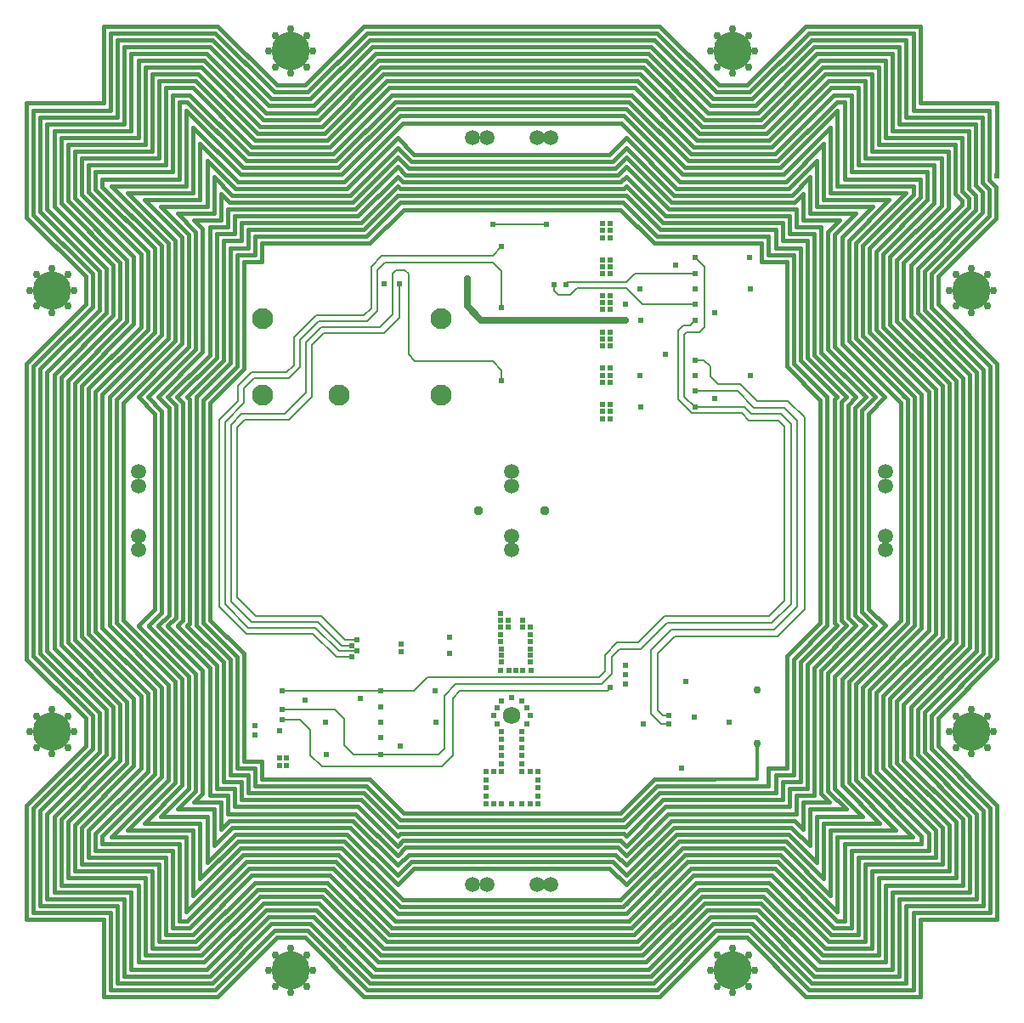
<source format=gbr>
%TF.GenerationSoftware,KiCad,Pcbnew,9.0.1*%
%TF.CreationDate,2025-06-24T16:04:44-04:00*%
%TF.ProjectId,-Z,2d5a2e6b-6963-4616-945f-706362585858,rev?*%
%TF.SameCoordinates,Original*%
%TF.FileFunction,Copper,L4,Inr*%
%TF.FilePolarity,Positive*%
%FSLAX46Y46*%
G04 Gerber Fmt 4.6, Leading zero omitted, Abs format (unit mm)*
G04 Created by KiCad (PCBNEW 9.0.1) date 2025-06-24 16:04:44*
%MOMM*%
%LPD*%
G01*
G04 APERTURE LIST*
%TA.AperFunction,ComponentPad*%
%ADD10C,0.762000*%
%TD*%
%TA.AperFunction,ComponentPad*%
%ADD11C,3.800000*%
%TD*%
%TA.AperFunction,ComponentPad*%
%ADD12C,1.500000*%
%TD*%
%TA.AperFunction,ComponentPad*%
%ADD13C,1.727200*%
%TD*%
%TA.AperFunction,ComponentPad*%
%ADD14C,2.100000*%
%TD*%
%TA.AperFunction,ViaPad*%
%ADD15C,0.609600*%
%TD*%
%TA.AperFunction,ViaPad*%
%ADD16C,0.939800*%
%TD*%
%TA.AperFunction,ViaPad*%
%ADD17C,0.762000*%
%TD*%
%TA.AperFunction,Conductor*%
%ADD18C,0.203200*%
%TD*%
%TA.AperFunction,Conductor*%
%ADD19C,0.635000*%
%TD*%
%TA.AperFunction,Conductor*%
%ADD20C,0.411480*%
%TD*%
%TA.AperFunction,Conductor*%
%ADD21C,0.368300*%
%TD*%
G04 APERTURE END LIST*
D10*
%TO.N,GND*%
%TO.C,H2*%
X144200001Y-145800000D03*
X143555751Y-147355750D03*
X143555751Y-144244250D03*
X142000001Y-148000000D03*
D11*
X142000001Y-145800000D03*
D10*
X142000001Y-143600000D03*
X140444251Y-147355750D03*
X140444251Y-144244250D03*
X139800001Y-145800000D03*
%TD*%
D12*
%TO.N,/Burn Wires/VBURN3*%
%TO.C,JP5*%
X164000001Y-96100000D03*
X164000001Y-97499999D03*
%TO.N,Net-(JP5-B)*%
X164000001Y-102499999D03*
X164000001Y-103899998D03*
%TD*%
D10*
%TO.N,GND*%
%TO.C,H8*%
X212000000Y-121999999D03*
X211355750Y-123555749D03*
X211355750Y-120444249D03*
X209800000Y-124199999D03*
D11*
X209800000Y-121999999D03*
D10*
X209800000Y-119799999D03*
X208244250Y-123555749D03*
X208244250Y-120444249D03*
X207600000Y-121999999D03*
%TD*%
%TO.N,GND*%
%TO.C,H5*%
X144200001Y-54200000D03*
X143555751Y-55755750D03*
X143555751Y-52644250D03*
X142000001Y-56400000D03*
D11*
X142000001Y-54200000D03*
D10*
X142000001Y-52000000D03*
X140444251Y-55755750D03*
X140444251Y-52644250D03*
X139800001Y-54200000D03*
%TD*%
%TO.N,GND*%
%TO.C,H7*%
X212000000Y-78000000D03*
X211355750Y-79555750D03*
X211355750Y-76444250D03*
X209800000Y-80200000D03*
D11*
X209800000Y-78000000D03*
D10*
X209800000Y-75800000D03*
X208244250Y-79555750D03*
X208244250Y-76444250D03*
X207600000Y-78000000D03*
%TD*%
D13*
%TO.N,/Interfaces/GPS*%
%TO.C,AE3*%
X164000000Y-120400000D03*
%TD*%
D12*
%TO.N,/Burn Wires/VBURN1*%
%TO.C,JP1*%
X167900000Y-62789000D03*
X166500001Y-62789000D03*
%TO.N,Net-(JP1-B)*%
X161500001Y-62789000D03*
X160100002Y-62789000D03*
%TD*%
D10*
%TO.N,GND*%
%TO.C,H4*%
X120400001Y-78000000D03*
X119755751Y-79555750D03*
X119755751Y-76444250D03*
X118200001Y-80200000D03*
D11*
X118200001Y-78000000D03*
D10*
X118200001Y-75800000D03*
X116644251Y-79555750D03*
X116644251Y-76444250D03*
X116000001Y-78000000D03*
%TD*%
%TO.N,GND*%
%TO.C,H3*%
X120400001Y-121999999D03*
X119755751Y-123555749D03*
X119755751Y-120444249D03*
X118200001Y-124199999D03*
D11*
X118200001Y-121999999D03*
D10*
X118200001Y-119799999D03*
X116644251Y-123555749D03*
X116644251Y-120444249D03*
X116000001Y-121999999D03*
%TD*%
D12*
%TO.N,Net-(JP3-B)*%
%TO.C,JP4*%
X126789000Y-103899999D03*
X126789000Y-102500000D03*
%TO.N,Net-(JP4-B)*%
X126789000Y-97500000D03*
X126789000Y-96100001D03*
%TD*%
D10*
%TO.N,GND*%
%TO.C,H1*%
X188200000Y-145800000D03*
X187555750Y-147355750D03*
X187555750Y-144244250D03*
X186000000Y-148000000D03*
D11*
X186000000Y-145800000D03*
D10*
X186000000Y-143600000D03*
X184444250Y-147355750D03*
X184444250Y-144244250D03*
X183800000Y-145800000D03*
%TD*%
%TO.N,GND*%
%TO.C,H6*%
X188200000Y-54200000D03*
X187555750Y-55755750D03*
X187555750Y-52644250D03*
X186000000Y-56400000D03*
D11*
X186000000Y-54200000D03*
D10*
X186000000Y-52000000D03*
X184444250Y-55755750D03*
X184444250Y-52644250D03*
X183800000Y-54200000D03*
%TD*%
D14*
%TO.N,/Burn Wires/VBURN_A_IN*%
%TO.C,U2*%
X146793600Y-88417600D03*
%TO.N,GND*%
X139173600Y-80797600D03*
%TO.N,VBATT*%
X139173600Y-88417600D03*
X156953600Y-88417600D03*
%TO.N,Net-(D1-A)*%
X156953600Y-80797600D03*
%TD*%
D12*
%TO.N,/Burn Wires/VBURN2*%
%TO.C,JP3*%
X201211001Y-97500000D03*
X201211001Y-96100001D03*
%TO.N,Net-(JP3-B)*%
X201211001Y-103899999D03*
X201211001Y-102500000D03*
%TD*%
%TO.N,Net-(JP1-B)*%
%TO.C,JP2*%
X161500001Y-137211000D03*
X160100002Y-137211000D03*
%TO.N,Net-(JP2-B)*%
X167900000Y-137211000D03*
X166500001Y-137211000D03*
%TD*%
D15*
%TO.N,GND*%
X161400000Y-128372600D03*
X165100000Y-110900000D03*
X162900000Y-113000000D03*
X163600000Y-111600000D03*
X162200000Y-125972600D03*
X162200000Y-129172600D03*
X165100000Y-115900000D03*
X165000001Y-125972600D03*
X185670201Y-121018798D03*
X165800000Y-125972600D03*
X165500000Y-121200000D03*
X162500000Y-119600000D03*
X163000001Y-121968599D03*
X166600000Y-126772600D03*
X166600000Y-128372600D03*
X164400000Y-115900000D03*
X163000001Y-125171799D03*
X152888399Y-123395400D03*
X163000001Y-125972600D03*
X165000001Y-122769399D03*
X162900000Y-110900000D03*
X164000000Y-118600000D03*
X162925001Y-113756200D03*
X184243801Y-80213400D03*
X165100000Y-111600000D03*
X163000000Y-118900000D03*
X165000001Y-124370999D03*
X165000000Y-118900000D03*
X162900000Y-111600000D03*
X164000000Y-129172600D03*
X161400000Y-125972600D03*
X163600000Y-110900000D03*
X165875001Y-114391200D03*
X165875001Y-115026200D03*
X163000001Y-122769399D03*
X148920200Y-118719600D03*
X165800000Y-112300000D03*
X165800000Y-111600000D03*
X162925001Y-114391200D03*
X165000001Y-121968599D03*
X162200000Y-120400000D03*
X163000001Y-123570199D03*
X166600000Y-127572600D03*
X162925001Y-115026200D03*
X165000001Y-125171799D03*
X161400000Y-127572600D03*
X162900000Y-115900000D03*
X163000000Y-129172600D03*
X162500000Y-121200000D03*
X162900000Y-110200000D03*
X166600000Y-125972600D03*
X165500000Y-119600000D03*
X165000000Y-129172600D03*
X179265400Y-84379000D03*
X165800000Y-120400000D03*
X165000001Y-123570199D03*
X182165000Y-120497799D03*
X163000001Y-124370999D03*
X161400000Y-129172600D03*
X161400000Y-126772600D03*
X165875001Y-113756200D03*
X165900000Y-115900000D03*
X162900000Y-112300000D03*
X163703000Y-115900000D03*
X165800000Y-113000000D03*
X184228800Y-88820999D03*
X165800000Y-129172600D03*
X180281401Y-75514399D03*
X166600000Y-129172600D03*
D16*
%TO.N,Net-(AE1-Pad1)*%
X167300000Y-99999800D03*
%TO.N,Net-(AE2-Pad1)*%
X160700000Y-99999800D03*
D15*
%TO.N,BURN_RELAY_A*%
X148556800Y-112852399D03*
X152798600Y-77380800D03*
%TO.N,SDA*%
X182237201Y-89661200D03*
X182252200Y-74699600D03*
X141114601Y-119796799D03*
X150917600Y-124230600D03*
%TO.N,SCL*%
X150917599Y-117907000D03*
X182252201Y-81023200D03*
X141114601Y-117896800D03*
%TO.N,/Burn Wires/VBURN1*%
X173042401Y-74955600D03*
X173779001Y-74955600D03*
X173779000Y-76378000D03*
X173779001Y-75666799D03*
X173042400Y-76378000D03*
X173042401Y-75666799D03*
%TO.N,/Burn Wires/VBURN2*%
X173042400Y-83566200D03*
X173779001Y-82143800D03*
X173779000Y-83566200D03*
X173042401Y-82143800D03*
X173779001Y-82854999D03*
X173042401Y-82854999D03*
%TO.N,/Burn Wires/VBURN3*%
X173042400Y-90805200D03*
X173042401Y-89382800D03*
X173779000Y-89382799D03*
X173779001Y-90093999D03*
X173779000Y-90805200D03*
X173042401Y-90093999D03*
%TO.N,SCL_M*%
X182237200Y-84987599D03*
X179625001Y-120370803D03*
%TO.N,SDA_M*%
X182237200Y-88011199D03*
X179625001Y-121209000D03*
%TO.N,SCL_IO*%
X150926600Y-119565999D03*
X152925600Y-113258796D03*
%TO.N,BURN_EN1*%
X162984001Y-73660200D03*
X148048800Y-114554200D03*
%TO.N,BURN_EN2*%
X162984001Y-79743000D03*
X148559567Y-113977544D03*
%TO.N,SDA_IO*%
X152925600Y-114020800D03*
X150917599Y-122580599D03*
%TO.N,BURN_EN3*%
X148044222Y-113416236D03*
X162984001Y-86982000D03*
%TO.N,/Light Sensor/LS_3V3*%
X182262601Y-77861400D03*
X187687802Y-74699600D03*
X187750800Y-77861400D03*
X176753600Y-77861399D03*
X159529601Y-76885999D03*
X176816600Y-81023200D03*
X175353801Y-80985701D03*
%TO.N,COIL_DRIVER_EN*%
X141114601Y-120751799D03*
X173812200Y-117589800D03*
%TO.N,/GPIO Expander/GE_3V3*%
X145418999Y-121068800D03*
X157802401Y-114173301D03*
X156416200Y-121068800D03*
X156353200Y-117907000D03*
X150907199Y-121068799D03*
X145482000Y-124230600D03*
%TO.N,/Burn Wires/VBURN_A_IN*%
X151300001Y-77355399D03*
X173779001Y-71348799D03*
X173779000Y-78511599D03*
X173779000Y-87173000D03*
X173779000Y-72771199D03*
X173779001Y-79222800D03*
X173779000Y-79934000D03*
X173042401Y-71348799D03*
X173779001Y-86461800D03*
X173042401Y-86461800D03*
X173042400Y-72060000D03*
X173042401Y-87172999D03*
X173042401Y-79933999D03*
X173779000Y-72060000D03*
X173042400Y-78511599D03*
X173042401Y-72771200D03*
X173779000Y-85750600D03*
X173042400Y-85750600D03*
X173042401Y-79222800D03*
%TO.N,3V3_P*%
X175353801Y-79410698D03*
X138398801Y-122359991D03*
X180945800Y-125590000D03*
X138398801Y-121359989D03*
X177085200Y-121234401D03*
X181340000Y-116992600D03*
X176738601Y-86499399D03*
X140873001Y-121869400D03*
X157802401Y-112598298D03*
X187735801Y-86499399D03*
X143389601Y-118846800D03*
X176801600Y-89661200D03*
X182247600Y-86499399D03*
%TO.N,VBATT_M*%
X175308401Y-116306800D03*
X175308400Y-115375902D03*
X140835201Y-124612600D03*
X175308401Y-117246600D03*
X141546400Y-125323799D03*
X141546400Y-124612600D03*
X140835201Y-125323799D03*
%TO.N,/Light Sensor/I2C Protection/DEVICE*%
X182252201Y-76349600D03*
X169384801Y-77419400D03*
%TO.N,/Light Sensor/I2C Protection1/DEVICE*%
X182252201Y-79373200D03*
X168191001Y-77419400D03*
%TO.N,/Light Sensor/ADDR*%
X162118879Y-71401124D03*
X167454400Y-71399599D03*
D17*
%TO.N,/Coil Driver/coil*%
X188438800Y-123164801D03*
X188438801Y-117830802D03*
D15*
X212285401Y-66599000D03*
%TD*%
D18*
%TO.N,BURN_RELAY_A*%
X145280201Y-82270799D02*
X144061000Y-83490000D01*
X144061000Y-83490000D02*
X144061000Y-88595400D01*
X136593401Y-108585199D02*
X138473001Y-110464800D01*
X137363872Y-90906800D02*
X136593401Y-91677271D01*
X144975401Y-110464800D02*
X147363001Y-112852399D01*
X147363001Y-112852399D02*
X148556800Y-112852399D01*
X144061000Y-88595400D02*
X141749600Y-90906800D01*
X136593401Y-91677271D02*
X136593401Y-108585199D01*
X141749600Y-90906800D02*
X137363872Y-90906800D01*
X152798600Y-80746799D02*
X151274600Y-82270800D01*
X151274600Y-82270800D02*
X145280201Y-82270799D01*
X138473001Y-110464800D02*
X144975401Y-110464800D01*
X152798600Y-77380800D02*
X152798600Y-80746799D01*
%TO.N,SDA*%
X150881200Y-124231600D02*
X150908600Y-124259000D01*
X176852401Y-113792199D02*
X179494001Y-111150600D01*
X189908001Y-111150600D02*
X191787601Y-109271000D01*
X158412200Y-117221000D02*
X172923200Y-117221000D01*
X187850601Y-90348000D02*
X187163800Y-89661200D01*
X150917600Y-124230600D02*
X156711200Y-124230600D01*
X147261401Y-123291800D02*
X148201200Y-124231599D01*
X190822401Y-90348000D02*
X187850601Y-90348000D01*
X147261401Y-120700999D02*
X147261401Y-123291800D01*
X146357200Y-119796798D02*
X147261401Y-120700999D01*
X181195801Y-88619800D02*
X182237201Y-89661200D01*
X172923200Y-117221000D02*
X173939200Y-116205000D01*
X183202400Y-75649800D02*
X183202401Y-81661199D01*
X191787601Y-109271000D02*
X191787601Y-91313200D01*
X181399001Y-82194599D02*
X181195800Y-82397800D01*
X179494001Y-111150600D02*
X189908001Y-111150600D01*
X141114601Y-119796799D02*
X146357200Y-119796798D01*
X181195800Y-82397800D02*
X181195801Y-88619800D01*
X148201200Y-124231599D02*
X150881200Y-124231600D01*
X191787601Y-91313200D02*
X190822401Y-90348000D01*
X187163800Y-89661200D02*
X182237201Y-89661200D01*
X182669001Y-82194600D02*
X181399001Y-82194599D01*
X183202401Y-81661199D02*
X182669001Y-82194600D01*
X182252200Y-74699600D02*
X183202400Y-75649800D01*
X156711200Y-124230600D02*
X157243600Y-123698200D01*
X157243600Y-123698200D02*
X157243600Y-118389600D01*
X157243600Y-118389600D02*
X158412200Y-117221000D01*
X173939200Y-114562899D02*
X174709900Y-113792199D01*
X173939200Y-116205000D02*
X173939200Y-114562899D01*
X174709900Y-113792199D02*
X176852401Y-113792199D01*
%TO.N,SCL*%
X173253400Y-114317800D02*
X174464800Y-113106400D01*
X150917599Y-117907000D02*
X154246401Y-117907000D01*
X181094201Y-81534200D02*
X181741201Y-81534200D01*
X191152600Y-108966200D02*
X191152600Y-91592599D01*
X182252201Y-81023200D02*
X182273000Y-81043999D01*
X181932400Y-90246399D02*
X180586201Y-88900199D01*
X154246401Y-117907000D02*
X155618201Y-116535200D01*
X179189201Y-110464800D02*
X189654001Y-110464800D01*
X187596601Y-90957599D02*
X186885400Y-90246399D01*
X181741201Y-81534200D02*
X182252201Y-81023200D01*
X180586201Y-88900199D02*
X180586201Y-82042200D01*
X172669200Y-116535200D02*
X173253400Y-115951000D01*
X173253400Y-115951000D02*
X173253400Y-114317800D01*
X174464800Y-113106400D02*
X176547600Y-113106400D01*
X155618201Y-116535200D02*
X172669200Y-116535200D01*
X176547600Y-113106400D02*
X179189201Y-110464800D01*
X191152600Y-91592599D02*
X190517601Y-90957599D01*
X180586201Y-82042200D02*
X181094201Y-81534200D01*
X190517601Y-90957599D02*
X187596601Y-90957599D01*
X189654001Y-110464800D02*
X191152600Y-108966200D01*
X141114601Y-117896800D02*
X150870001Y-117896800D01*
X186885400Y-90246399D02*
X181932400Y-90246399D01*
%TO.N,SCL_M*%
X193159200Y-90678199D02*
X193159200Y-109779000D01*
X178554201Y-119900899D02*
X179024103Y-120370802D01*
X183761201Y-86563400D02*
X184548601Y-87350800D01*
X190466801Y-112471400D02*
X180256001Y-112471400D01*
X193159200Y-109779000D02*
X190466801Y-112471400D01*
X179024103Y-120370802D02*
X179625001Y-120370803D01*
X184548601Y-87350800D02*
X186758401Y-87350799D01*
X182237200Y-84987599D02*
X183150601Y-84987599D01*
X180256001Y-112471400D02*
X178554201Y-114173200D01*
X183761201Y-85598199D02*
X183761201Y-86563400D01*
X186758401Y-87350799D02*
X188434801Y-89027199D01*
X178554201Y-114173200D02*
X178554201Y-119900899D01*
X191508201Y-89027199D02*
X193159200Y-90678199D01*
X188434801Y-89027199D02*
X191508201Y-89027199D01*
X183150601Y-84987599D02*
X183761201Y-85598199D01*
%TO.N,SDA_M*%
X192448000Y-109525000D02*
X190162000Y-111810999D01*
X190162000Y-111810999D02*
X179875001Y-111810999D01*
X188130000Y-89687600D02*
X191152600Y-89687600D01*
X186453600Y-88011199D02*
X188130000Y-89687600D01*
X177843001Y-113842999D02*
X177843001Y-120192999D01*
X179875001Y-111810999D02*
X177843001Y-113842999D01*
X182237200Y-88011199D02*
X186453600Y-88011199D01*
X192448000Y-90982999D02*
X192448000Y-109525000D01*
X177843001Y-120192999D02*
X178859002Y-121209000D01*
X191152600Y-89687600D02*
X192448000Y-90982999D01*
X178859002Y-121209000D02*
X179625001Y-121209000D01*
%TO.N,BURN_EN1*%
X149268000Y-80518200D02*
X144467401Y-80518200D01*
X144467401Y-80518200D02*
X142308400Y-82677200D01*
X141571800Y-86182399D02*
X138092001Y-86182399D01*
X136745801Y-89001799D02*
X134840801Y-90906800D01*
X162069600Y-74574600D02*
X151046000Y-74574599D01*
X151046000Y-74574599D02*
X149979200Y-75641399D01*
X134840801Y-90906800D02*
X134840800Y-109525000D01*
X134840800Y-109525000D02*
X137533200Y-112217400D01*
X144162601Y-112217400D02*
X146499400Y-114554200D01*
X146499400Y-114554200D02*
X148048800Y-114554200D01*
X149979200Y-75641399D02*
X149979200Y-79806999D01*
X136745800Y-87528600D02*
X136745801Y-89001799D01*
X142308400Y-82677200D02*
X142308400Y-85445799D01*
X142308400Y-85445799D02*
X141571800Y-86182399D01*
X149979200Y-79806999D02*
X149268000Y-80518200D01*
X137533200Y-112217400D02*
X144162601Y-112217400D01*
X138092001Y-86182399D02*
X136745800Y-87528600D01*
X162984001Y-73660200D02*
X162069600Y-74574600D01*
%TO.N,BURN_EN2*%
X142892601Y-82956599D02*
X144746800Y-81102400D01*
X151350801Y-75235000D02*
X162095001Y-75235000D01*
X141800401Y-86766600D02*
X142892601Y-85674400D01*
X138307900Y-86766600D02*
X141800401Y-86766600D01*
X144416600Y-111633200D02*
X137761801Y-111633200D01*
X149547400Y-81102400D02*
X150563401Y-80086400D01*
X150563401Y-76022400D02*
X151350801Y-75235000D01*
X135425001Y-109296400D02*
X135425000Y-91135399D01*
X137330000Y-87744499D02*
X138307900Y-86766600D01*
X142892601Y-85674400D02*
X142892601Y-82956599D01*
X148559567Y-113977544D02*
X146760946Y-113977545D01*
X162095001Y-75235000D02*
X162984001Y-76123999D01*
X144746800Y-81102400D02*
X149547400Y-81102400D01*
X135425000Y-91135399D02*
X137330000Y-89230399D01*
X162984001Y-76123999D02*
X162984001Y-79743000D01*
X137761801Y-111633200D02*
X135425001Y-109296400D01*
X146760946Y-113977545D02*
X144416600Y-111633200D01*
X150563401Y-80086400D02*
X150563401Y-76022400D01*
X137330000Y-89230399D02*
X137330000Y-87744499D01*
%TO.N,BURN_EN3*%
X136009201Y-108991599D02*
X136009201Y-91389399D01*
X144696000Y-111049000D02*
X138066601Y-111048999D01*
X138066601Y-111048999D02*
X136009201Y-108991599D01*
X153687600Y-84404400D02*
X154348001Y-85064800D01*
X152087400Y-76352600D02*
X152468401Y-75971599D01*
X143476800Y-88214400D02*
X143476800Y-83210600D01*
X152087400Y-80416600D02*
X152087400Y-76352600D01*
X143476800Y-83210600D02*
X145000801Y-81686599D01*
X150817400Y-81686599D02*
X152087400Y-80416600D01*
X148044222Y-113416236D02*
X147063236Y-113416236D01*
X162095000Y-85064800D02*
X162984001Y-85953800D01*
X153332001Y-75971600D02*
X153687600Y-76327200D01*
X152468401Y-75971599D02*
X153332001Y-75971600D01*
X162984001Y-85953800D02*
X162984001Y-86982000D01*
X145000801Y-81686599D02*
X150817400Y-81686599D01*
X154348001Y-85064800D02*
X162095000Y-85064800D01*
X141368600Y-90322600D02*
X143476800Y-88214400D01*
X147063236Y-113416236D02*
X144696000Y-111049000D01*
X136009201Y-91389399D02*
X137076001Y-90322599D01*
X153687600Y-76327200D02*
X153687600Y-84404400D01*
X137076001Y-90322599D02*
X141368600Y-90322600D01*
D19*
%TO.N,/Light Sensor/LS_3V3*%
X159529601Y-79552999D02*
X160962302Y-80985700D01*
X159529601Y-76885999D02*
X159529601Y-79552999D01*
X160962302Y-80985700D02*
X175353801Y-80985701D01*
D18*
%TO.N,COIL_DRIVER_EN*%
X173812200Y-117589800D02*
X173812200Y-117615200D01*
X145051601Y-125425399D02*
X143934001Y-124307799D01*
X173807998Y-117619402D02*
X173800000Y-117619402D01*
X158107201Y-118643600D02*
X158107201Y-124307799D01*
X142918001Y-120751800D02*
X141114601Y-120751799D01*
X158844001Y-117906800D02*
X158107201Y-118643600D01*
X173800000Y-117619402D02*
X173512602Y-117906800D01*
X143934001Y-121767800D02*
X142918001Y-120751800D01*
X143934001Y-124307799D02*
X143934001Y-121767800D01*
X156989600Y-125425400D02*
X145051601Y-125425399D01*
X173812200Y-117615200D02*
X173807998Y-117619402D01*
X173512602Y-117906800D02*
X158844001Y-117906800D01*
X158107201Y-124307799D02*
X156989600Y-125425400D01*
%TO.N,/Light Sensor/I2C Protection/DEVICE*%
X176271201Y-76349599D02*
X182252201Y-76349600D01*
X175404601Y-77216200D02*
X176271201Y-76349599D01*
X169588001Y-77216200D02*
X175404601Y-77216200D01*
X169384801Y-77419400D02*
X169588001Y-77216200D01*
%TO.N,/Light Sensor/I2C Protection1/DEVICE*%
X175404601Y-77800400D02*
X176977400Y-79373200D01*
X176977400Y-79373200D02*
X182252201Y-79373200D01*
X169805487Y-78460800D02*
X170465887Y-77800399D01*
X168191001Y-78029000D02*
X168622800Y-78460800D01*
X170465887Y-77800399D02*
X175404601Y-77800400D01*
X168191001Y-77419400D02*
X168191001Y-78029000D01*
X168622800Y-78460800D02*
X169805487Y-78460800D01*
%TO.N,/Light Sensor/ADDR*%
X162121684Y-71399599D02*
X167454400Y-71399599D01*
X162120159Y-71401124D02*
X162121684Y-71399599D01*
X162118879Y-71401124D02*
X162120159Y-71401124D01*
D20*
%TO.N,/Coil Driver/coil*%
X199944462Y-69646998D02*
X196871062Y-72720398D01*
X201925661Y-137947600D02*
X209621861Y-137947599D01*
X152878260Y-60604600D02*
X147010861Y-66472000D01*
X174290461Y-65836998D02*
X175382661Y-64744800D01*
X179014861Y-128778200D02*
X175382661Y-132410399D01*
X131643861Y-111455400D02*
X131643862Y-111430000D01*
X130196062Y-58521800D02*
X130196062Y-66218000D01*
X134564861Y-127660600D02*
X134564862Y-115341600D01*
X210307662Y-86156999D02*
X204414862Y-80264200D01*
X201595461Y-68961198D02*
X197556862Y-72999800D01*
X176195461Y-142214800D02*
X182088262Y-136322000D01*
X136139661Y-68529399D02*
X147849062Y-68529399D01*
X134564862Y-72390199D02*
X136368262Y-72390200D01*
X175408061Y-67640400D02*
X179040261Y-71272600D01*
X153970461Y-134899599D02*
X152598861Y-136271200D01*
X132329664Y-71018598D02*
X134996662Y-71018599D01*
X194813663Y-71704399D02*
X194813661Y-84175800D01*
X194381862Y-69646999D02*
X199944462Y-69646998D01*
X135682462Y-128346399D02*
X133879061Y-128346399D01*
X199868261Y-135890200D02*
X207564461Y-135890199D01*
X153157661Y-138760400D02*
X147290261Y-132893000D01*
X117013461Y-139319200D02*
X124709662Y-139319199D01*
X203729062Y-75514398D02*
X209520261Y-69723200D01*
X200985863Y-81661199D02*
X200985862Y-74396799D01*
X192324461Y-130149798D02*
X179573662Y-130149798D01*
X208250261Y-130988000D02*
X202357462Y-125095199D01*
X128722861Y-88646200D02*
X128722862Y-88620800D01*
X210993461Y-114173199D02*
X210993462Y-85877600D01*
X135682462Y-69901000D02*
X148407861Y-69901000D01*
X194813662Y-115874999D02*
X194813663Y-128168598D01*
X196185262Y-83616999D02*
X201163661Y-88595400D01*
X145893261Y-63728800D02*
X138095462Y-63728800D01*
X150668461Y-144957999D02*
X154195601Y-144957999D01*
X116327661Y-60045799D02*
X116327661Y-70459799D01*
X153411661Y-66522800D02*
X174569862Y-66522800D01*
X137054061Y-126974800D02*
X135250662Y-126974800D01*
X203932261Y-132461200D02*
X198242661Y-126771600D01*
X183764662Y-140436800D02*
X188235062Y-140436800D01*
X152624262Y-68580200D02*
X175382662Y-68580200D01*
X175941461Y-58521800D02*
X152065462Y-58521800D01*
X134996661Y-129032200D02*
X132329662Y-129032200D01*
X145055062Y-61671400D02*
X138933661Y-61671400D01*
X129764261Y-126771600D02*
X124074662Y-132461199D01*
X205786461Y-76352600D02*
X211577662Y-70561399D01*
X194127862Y-84455200D02*
X198293462Y-88620800D01*
X182393062Y-63042999D02*
X176500262Y-57150200D01*
X174823861Y-138760399D02*
X153157661Y-138760400D01*
X137739863Y-128092399D02*
X137739862Y-126288999D01*
X137536662Y-65100399D02*
X131643862Y-59207599D01*
X132482062Y-142900599D02*
X138374861Y-137007799D01*
X130678661Y-111430000D02*
X131186661Y-110921999D01*
X120442462Y-68783400D02*
X126335263Y-74676198D01*
X119756662Y-130987999D02*
X119756662Y-136575999D01*
X175382662Y-133375599D02*
X174849262Y-132842200D01*
X205100662Y-120065999D02*
X210993461Y-114173199D01*
X195753462Y-68275399D02*
X195753463Y-61747599D01*
X136622262Y-74447599D02*
X138425662Y-74447600D01*
X189581262Y-74447599D02*
X192070461Y-74447599D01*
X149804862Y-73330000D02*
X153183062Y-69951800D01*
X148128463Y-130835599D02*
X135860261Y-130835600D01*
X134996661Y-131699199D02*
X134996661Y-129032200D01*
X175382661Y-64744800D02*
X175408062Y-64744800D01*
X201239861Y-137261800D02*
X208936062Y-137261799D01*
X135936462Y-73761800D02*
X137739861Y-73761800D01*
X119070863Y-62788998D02*
X119070862Y-69342199D01*
X116327661Y-140004999D02*
X124023862Y-140004999D01*
X184602861Y-142494200D02*
X187396862Y-142494200D01*
X198242661Y-126771600D02*
X198242662Y-117272000D01*
X133879061Y-53721199D02*
X125395463Y-53721199D01*
X204821262Y-111430000D02*
X204821262Y-111429999D01*
X133879061Y-84429800D02*
X133879062Y-71704400D01*
X134718926Y-51665464D02*
X123340064Y-51665464D01*
X123185662Y-111683999D02*
X129078462Y-117576800D01*
X197556862Y-83058200D02*
X202901832Y-88403168D01*
X198928463Y-82499398D02*
X198928461Y-73558600D01*
X202357461Y-74955600D02*
X207462861Y-69850200D01*
X124709661Y-147015399D02*
X134158462Y-147015398D01*
X206472261Y-120624800D02*
X212359997Y-114737062D01*
X123592061Y-124256999D02*
X117699261Y-130149798D01*
X198928461Y-117551400D02*
X204821262Y-111658599D01*
X122220462Y-79679999D02*
X116327662Y-85572799D01*
X126792461Y-88646200D02*
X126792462Y-88620800D01*
X147290261Y-132893000D02*
X136698462Y-132892998D01*
X195067662Y-68961199D02*
X201595461Y-68961198D01*
X122906262Y-76073199D02*
X122906262Y-79959400D01*
X197556861Y-127050998D02*
X202281261Y-131775399D01*
X131872462Y-111201400D02*
X131872462Y-88874799D01*
X138425662Y-127406600D02*
X138425662Y-125603199D01*
X182672461Y-62357198D02*
X176779662Y-56464399D01*
X126767061Y-137261800D02*
X126767061Y-144957999D01*
X138425662Y-74447600D02*
X138425661Y-72644199D01*
X140610062Y-57556598D02*
X134718926Y-51665464D01*
X132507461Y-116179800D02*
X127783061Y-111455400D01*
X206091262Y-69291399D02*
X206091261Y-65532199D01*
X202709600Y-110874661D02*
X196871063Y-116713199D01*
X145334461Y-62357198D02*
X138654262Y-62357198D01*
X179294262Y-129463999D02*
X175382662Y-133375599D01*
X206777062Y-69570800D02*
X206777062Y-64846399D01*
X150109661Y-146329600D02*
X177871862Y-146329600D01*
X197810861Y-141529000D02*
X197810861Y-133832800D01*
X180157861Y-68529400D02*
X191892662Y-68529399D01*
X173731662Y-64465399D02*
X175382662Y-62814399D01*
X199258661Y-88620800D02*
X198166462Y-89712999D01*
X132761463Y-56464399D02*
X128138662Y-56464400D01*
X208250261Y-86995200D02*
X202357461Y-81102400D01*
X196871063Y-127330399D02*
X200630262Y-131089599D01*
X126792462Y-88620800D02*
X131821661Y-83591599D01*
X178481461Y-72644199D02*
X189581261Y-72644200D01*
X205100661Y-79984800D02*
X205100661Y-76073200D01*
X131135862Y-83312199D02*
X131135862Y-72720400D01*
X208936061Y-130708599D02*
X203043262Y-124815800D01*
X175128662Y-67894400D02*
X175382662Y-67640400D01*
X153281201Y-55778599D02*
X150947862Y-55778600D01*
X129713461Y-111455400D02*
X129713462Y-111430000D01*
X126081262Y-145643800D02*
X133599661Y-145643800D01*
X174798462Y-130099000D02*
X153183062Y-130099000D01*
X129078462Y-117576800D02*
X129078462Y-126492200D01*
X196363061Y-140843199D02*
X197125062Y-140843199D01*
X126767062Y-62763598D02*
X126741662Y-62788998D01*
X152598861Y-133375599D02*
X148687261Y-129463999D01*
X139771863Y-59613999D02*
X133879061Y-53721199D01*
X153103401Y-56464398D02*
X151227261Y-56464400D01*
X200985862Y-74396799D02*
X206091262Y-69291399D01*
X210307663Y-138633399D02*
X210307663Y-130149799D01*
X205507061Y-132105600D02*
X199614261Y-126212799D01*
X117699262Y-113919200D02*
X123592062Y-119811999D01*
X195499462Y-116154400D02*
X195499462Y-127889199D01*
X128722862Y-88620800D02*
X133193262Y-84150400D01*
X130196062Y-66218000D02*
X122499861Y-66217999D01*
X133244062Y-88925598D02*
X136622263Y-85547398D01*
X175382662Y-140132000D02*
X181250062Y-134264600D01*
X135860263Y-69215198D02*
X148128463Y-69215199D01*
X125649461Y-118973799D02*
X125649462Y-125095199D01*
X124277863Y-119532599D02*
X124277862Y-124536399D01*
X197328261Y-129717999D02*
X193696061Y-129718000D01*
X140610062Y-142494200D02*
X143378662Y-142494200D01*
X137739862Y-71958400D02*
X149246062Y-71958400D01*
X196871062Y-83337600D02*
X202709600Y-89176138D01*
X152874800Y-57150200D02*
X151506662Y-57150200D01*
X131923261Y-141529000D02*
X137816062Y-135636199D01*
X120442461Y-64160599D02*
X120442462Y-68783400D01*
X199614261Y-126212799D02*
X199614261Y-117830800D01*
X193442062Y-84734600D02*
X197328261Y-88620800D01*
X132202662Y-57835998D02*
X129510263Y-57835999D01*
X178735462Y-128092399D02*
X175357262Y-131470599D01*
X206878662Y-110871200D02*
X206878663Y-110871199D01*
X195499462Y-127889199D02*
X197328261Y-129717999D01*
X151506661Y-142900599D02*
X176474862Y-142900599D01*
X203395401Y-88896737D02*
X203395401Y-111154060D01*
X193696062Y-70332799D02*
X198293461Y-70332799D01*
X194737462Y-88925599D02*
X194737461Y-111125200D01*
X122220463Y-76352598D02*
X122220462Y-79679999D01*
X177338461Y-55092800D02*
X153611401Y-55092799D01*
X131186662Y-89179600D02*
X130653261Y-88646200D01*
X179319662Y-70586799D02*
X191638661Y-70586800D01*
X131872462Y-88874799D02*
X131618461Y-88620800D01*
X178456061Y-52349598D02*
X149550862Y-52349599D01*
X128138662Y-143586400D02*
X132761463Y-143586399D01*
X133929861Y-110845799D02*
X133929862Y-89205000D01*
X125254032Y-88228831D02*
X124862062Y-88620800D01*
X152878263Y-139446200D02*
X152343132Y-138911068D01*
X179040261Y-71272600D02*
X190952861Y-71272599D01*
X144216861Y-140436800D02*
X150109661Y-146329600D01*
X194813663Y-128168598D02*
X195677261Y-129032200D01*
X195804262Y-142214798D02*
X198496662Y-142214800D01*
X154249863Y-135585399D02*
X152598862Y-137236400D01*
X129078462Y-82473998D02*
X123185661Y-88366800D01*
X202901832Y-88403168D02*
X203119461Y-88620800D01*
X204659937Y-148385334D02*
X204659937Y-140685336D01*
X150109662Y-53721199D02*
X144216861Y-59613998D01*
X198242662Y-73279199D02*
X203246462Y-68275399D01*
X189632062Y-63042999D02*
X182393062Y-63042999D01*
X204414861Y-124256999D02*
X204414862Y-119786598D01*
X200985862Y-118389598D02*
X206878662Y-112496799D01*
X116327661Y-114478000D02*
X122220461Y-120370800D01*
X152598862Y-62814398D02*
X154249862Y-64465398D01*
X139492462Y-139750998D02*
X144496262Y-139750998D01*
X128392662Y-82194600D02*
X122499861Y-88087399D01*
X190190861Y-64414598D02*
X181834262Y-64414600D01*
X128748261Y-111430000D02*
X129815061Y-110363200D01*
X120442461Y-135890199D02*
X128138662Y-135890199D01*
X174849262Y-132842200D02*
X153132261Y-132842200D01*
X175382662Y-65710000D02*
X175408061Y-65710000D01*
X126767061Y-144957999D02*
X133320262Y-144958000D01*
X193696063Y-133350198D02*
X191867263Y-131521398D01*
X175609530Y-138939930D02*
X175382661Y-139166800D01*
X145613861Y-137007799D02*
X151506661Y-142900599D01*
X117013463Y-114198599D02*
X122906262Y-120091398D01*
X194127861Y-128346399D02*
X192324462Y-128346400D01*
X189352662Y-137693599D02*
X195245462Y-143586400D01*
X211577663Y-67970598D02*
X210891862Y-67284800D01*
X135250662Y-73076000D02*
X137054061Y-73076000D01*
X138933661Y-61671400D02*
X133040861Y-55778599D01*
X191638661Y-127660600D02*
X191638662Y-129463999D01*
X209520263Y-68808799D02*
X208834462Y-68122998D01*
X184348861Y-58242400D02*
X178456061Y-52349598D01*
X189581261Y-72644200D02*
X189581262Y-74447599D01*
X181250062Y-134264600D02*
X190749661Y-134264600D01*
X133879061Y-128346399D02*
X133879062Y-115620999D01*
X126081262Y-62103200D02*
X118385061Y-62103199D01*
X138654262Y-62357198D02*
X132761463Y-56464399D01*
X190267062Y-73761799D02*
X192756263Y-73761799D01*
X192756262Y-126974800D02*
X190952861Y-126974800D01*
X194127861Y-72390199D02*
X194127862Y-84455200D01*
X210993462Y-139319199D02*
X210993462Y-129870400D01*
X152065462Y-58521800D02*
X146172662Y-64414598D01*
X152598862Y-63779599D02*
X153970462Y-65151200D01*
X132253462Y-131775399D02*
X132253462Y-138303200D01*
X175571430Y-138012830D02*
X174823861Y-138760399D01*
X123340065Y-148385335D02*
X134718925Y-148385335D01*
X146172663Y-135636199D02*
X152065462Y-141529000D01*
X130196062Y-141529000D02*
X131923261Y-141529000D01*
X173731662Y-135585400D02*
X154249863Y-135585399D01*
X175379201Y-142214799D02*
X176195461Y-142214800D01*
X179878462Y-69215198D02*
X192172061Y-69215199D01*
X147010861Y-66472000D02*
X136977862Y-66472000D01*
X123340065Y-59365463D02*
X115640065Y-59365462D01*
X135682461Y-71704400D02*
X135682462Y-69901000D01*
X150389063Y-145643799D02*
X177592461Y-145643800D01*
X195753462Y-138303200D02*
X191029061Y-133578799D01*
X175382661Y-66675200D02*
X175408062Y-66675200D01*
X195524862Y-142900600D02*
X199182462Y-142900599D01*
X178456061Y-127406599D02*
X175077861Y-130784800D01*
X121814062Y-134518598D02*
X129510263Y-134518598D01*
X132253462Y-61747598D02*
X132253462Y-68275400D01*
X129688061Y-88620800D02*
X133879061Y-84429800D01*
X175103263Y-69265999D02*
X178481461Y-72644199D01*
X204821262Y-132384999D02*
X198928463Y-126492198D01*
X197125061Y-59207599D02*
X196363062Y-59207600D01*
X212359998Y-129319234D02*
X206472262Y-123431498D01*
X196109061Y-88874799D02*
X196109062Y-111176000D01*
X212359997Y-140685336D02*
X212359998Y-129319234D01*
X202611462Y-61417399D02*
X202611461Y-53721199D01*
X193442062Y-115316199D02*
X193442062Y-127660599D01*
X133320262Y-144958000D02*
X139213062Y-139065200D01*
X127376661Y-131089600D02*
X131135862Y-127330398D01*
X199538061Y-90271799D02*
X199538062Y-109779000D01*
X136622261Y-114503400D02*
X133244062Y-111125200D01*
X195423262Y-111404599D02*
X192070462Y-114757399D01*
X127757662Y-88646200D02*
X127757661Y-88620800D01*
X212285401Y-59365463D02*
X204699726Y-59365463D01*
X200300061Y-81940599D02*
X200300062Y-74117400D01*
X137739862Y-126288999D02*
X135936461Y-126288999D01*
X131643863Y-140843199D02*
X137536661Y-134950400D01*
X136698462Y-132892998D02*
X132939262Y-136652199D01*
X205100661Y-76073200D02*
X210891861Y-70281999D01*
X182926462Y-138379399D02*
X189073261Y-138379400D01*
X182088262Y-136322000D02*
X189911462Y-136322000D01*
X134996661Y-68351599D02*
X135860263Y-69215198D01*
X204659937Y-59325675D02*
X204659937Y-51665464D01*
X194381861Y-130403799D02*
X194381862Y-135001199D01*
X175382661Y-135306000D02*
X174290461Y-134213800D01*
X196083661Y-58521800D02*
X190190861Y-64414598D01*
X203043262Y-124815800D02*
X203043261Y-119227800D01*
X127706862Y-125933400D02*
X121814062Y-131826200D01*
X206472262Y-123431498D02*
X206472261Y-120624800D01*
X195245462Y-143586400D02*
X199868261Y-143586400D01*
X129510261Y-65532200D02*
X121814062Y-65532200D01*
X176754262Y-143586400D02*
X182647061Y-137693599D01*
X206192862Y-131826199D02*
X200300062Y-125933400D01*
X211577663Y-60045798D02*
X203983062Y-60045799D01*
X139111461Y-124917400D02*
X137308062Y-124917400D01*
X152624261Y-131470599D02*
X149246063Y-128092399D01*
X146731462Y-134264599D02*
X152598863Y-140132000D01*
X152598861Y-65710000D02*
X153411661Y-66522800D01*
X199868262Y-64160599D02*
X199868261Y-56464400D01*
X190190861Y-135636199D02*
X196083661Y-141529000D01*
X137257261Y-65786200D02*
X131567661Y-60096600D01*
X138425661Y-72644199D02*
X149525461Y-72644199D01*
X196794862Y-89154199D02*
X196794861Y-110896600D01*
X125395463Y-138633398D02*
X125395462Y-146329599D01*
X206192862Y-87833399D02*
X200300061Y-81940599D01*
X153183062Y-69951800D02*
X174823862Y-69951800D01*
X136368262Y-129464000D02*
X136368262Y-127660599D01*
X189073261Y-138379400D02*
X194966061Y-144272200D01*
X193442062Y-73076000D02*
X193442062Y-84734600D01*
X150947862Y-144272199D02*
X153941600Y-144272199D01*
X187955661Y-58928199D02*
X184069462Y-58928198D01*
X210891862Y-60731599D02*
X203297263Y-60731598D01*
X140051262Y-58928199D02*
X134158462Y-53035400D01*
X121814062Y-65532200D02*
X121814062Y-68224598D01*
X129027661Y-130403799D02*
X131821661Y-127609799D01*
X203246462Y-68275399D02*
X195753462Y-68275399D01*
X126054131Y-111656869D02*
X125265001Y-110867739D01*
X193010261Y-129032200D02*
X193010262Y-131699198D01*
X189606662Y-125603199D02*
X189581262Y-125628598D01*
X205405462Y-66217999D02*
X197810862Y-66217999D01*
X130196062Y-133832799D02*
X130196062Y-141529000D01*
X127376663Y-68961198D02*
X132939262Y-68961199D01*
X195499462Y-83896398D02*
X200223862Y-88620800D01*
X128392661Y-73838000D02*
X128392662Y-82194600D01*
X152903662Y-130784800D02*
X149525461Y-127406599D01*
X132253462Y-68275400D02*
X125725661Y-68275399D01*
X128748262Y-111455400D02*
X128748261Y-111430000D01*
X189911462Y-136322000D02*
X195804262Y-142214798D01*
X125649462Y-125095199D02*
X119756662Y-130987999D01*
X118385061Y-62103199D02*
X118385061Y-69621598D01*
X179853061Y-130835598D02*
X175382661Y-135306000D01*
X136139661Y-131521399D02*
X134310864Y-133350198D01*
X127757661Y-88620800D02*
X132507462Y-83870999D01*
X117699262Y-138633399D02*
X125395463Y-138633398D01*
X199614261Y-117830800D02*
X205507061Y-111937999D01*
X175128662Y-60604600D02*
X152878260Y-60604600D01*
X130500863Y-89458999D02*
X129688062Y-88646200D01*
X174011063Y-65151199D02*
X175382662Y-63779598D01*
X195245462Y-56464400D02*
X189352662Y-62357200D01*
X196642464Y-71018598D02*
X195499461Y-72161600D01*
X153611401Y-55092799D02*
X150668461Y-55092798D01*
X126817861Y-111430000D02*
X128443462Y-109804399D01*
X192070461Y-126288999D02*
X190267062Y-126289000D01*
X131923261Y-58521800D02*
X130196062Y-58521800D01*
X204719662Y-66903799D02*
X197125062Y-66903799D01*
X181529461Y-134950400D02*
X190470261Y-134950399D01*
X210891861Y-68249999D02*
X210206061Y-67564199D01*
X153970462Y-65151200D02*
X174011063Y-65151199D01*
X203043263Y-80822998D02*
X203043263Y-75234999D01*
X134564862Y-115341600D02*
X130678662Y-111455400D01*
X119756662Y-136575999D02*
X127452863Y-136575998D01*
X133625062Y-130403799D02*
X129027661Y-130403799D01*
X153941600Y-144272199D02*
X175379201Y-144272200D01*
X194127862Y-115595600D02*
X194127861Y-128346399D01*
X143378662Y-142494200D02*
X149269798Y-148385335D01*
X136419062Y-67843600D02*
X147569662Y-67843600D01*
X210206061Y-67564199D02*
X210206061Y-61417399D01*
X126335261Y-118694400D02*
X126335263Y-125374599D01*
X122499862Y-111963398D02*
X128392663Y-117856199D01*
X183205861Y-139065200D02*
X188793861Y-139065199D01*
X134996662Y-71018599D02*
X134996661Y-68351599D01*
X117699261Y-86131599D02*
X117699262Y-113919200D01*
X210206061Y-61417399D02*
X202611462Y-61417399D01*
X147569662Y-67843600D02*
X152598862Y-62814398D01*
X122220461Y-120370800D02*
X122220461Y-123698200D01*
X126081262Y-54407000D02*
X126081262Y-62103200D01*
X178430662Y-147701200D02*
X184323463Y-141808399D01*
X121128262Y-87528600D02*
X121128263Y-112522199D01*
X121128263Y-64846398D02*
X121128261Y-68504000D01*
X134310864Y-133350198D02*
X134310862Y-129717999D01*
X128443461Y-90297200D02*
X126792461Y-88646200D01*
X182647061Y-137693599D02*
X189352662Y-137693599D01*
X131567661Y-60096600D02*
X131567661Y-67589600D01*
X152598862Y-137236400D02*
X147569662Y-132207200D01*
X148128463Y-69215199D02*
X152598862Y-64744800D01*
X193569062Y-52349599D02*
X187676261Y-58242400D01*
X191892662Y-68529399D02*
X193696062Y-66726000D01*
X175382662Y-134340798D02*
X174569862Y-133527998D01*
X116327661Y-70459799D02*
X122220463Y-76352598D01*
X212263461Y-70840800D02*
X212263461Y-67691199D01*
X197556862Y-72999800D02*
X197556862Y-83058200D01*
X127783061Y-111455400D02*
X127783062Y-111430000D01*
X129078461Y-73558599D02*
X129078462Y-82473998D01*
X133320262Y-55092799D02*
X126767061Y-55092798D01*
X201163661Y-88646200D02*
X199538061Y-90271799D01*
X198242662Y-117272000D02*
X204084662Y-111430000D01*
X135936461Y-126288999D02*
X135936461Y-114782799D01*
X149830262Y-53035400D02*
X143937463Y-58928199D01*
X201239861Y-55092800D02*
X194686661Y-55092800D01*
X208250262Y-113055599D02*
X208250261Y-86995200D01*
X199614262Y-82219999D02*
X199614262Y-73837999D01*
X137257261Y-134264600D02*
X146731462Y-134264599D01*
X128824461Y-135204400D02*
X128824461Y-142900599D01*
X178151262Y-147015399D02*
X184044061Y-141122599D01*
X129129262Y-110083800D02*
X129129262Y-90017798D01*
X203729061Y-80543600D02*
X203729062Y-75514398D01*
X195067661Y-63398598D02*
X195067662Y-68961199D01*
X212359997Y-114737062D02*
X212359998Y-85313735D01*
X200300062Y-74117400D02*
X205405461Y-69011999D01*
X133599661Y-145643800D02*
X139492462Y-139750998D01*
X129510263Y-57835999D02*
X129510261Y-65532200D01*
X180691262Y-132893000D02*
X175571430Y-138012830D01*
X204084662Y-88620800D02*
X198242661Y-82778799D01*
X115640064Y-85307896D02*
X115640064Y-114742902D01*
X198496661Y-134518599D02*
X206192863Y-134518599D01*
X174849262Y-67208598D02*
X175382661Y-66675200D01*
X152598862Y-64744800D02*
X153691062Y-65836998D01*
X149269798Y-148385335D02*
X178711726Y-148385334D01*
X126767061Y-55092798D02*
X126767062Y-62763598D01*
X206091261Y-65532199D02*
X198496662Y-65532199D01*
X209520262Y-62103199D02*
X201925662Y-62103199D01*
X201163661Y-88595400D02*
X201163661Y-88646200D01*
X196871062Y-72720398D02*
X196871062Y-83337600D01*
X206878662Y-88849400D02*
X206878662Y-87553999D01*
X208148661Y-63474799D02*
X200554062Y-63474799D01*
X204821262Y-111658599D02*
X204821262Y-111430000D01*
X131643862Y-111430000D02*
X131872462Y-111201400D01*
X210993462Y-129870400D02*
X205100663Y-123977598D01*
X124074662Y-132461199D02*
X131567663Y-132461198D01*
X152598862Y-135306000D02*
X148128463Y-130835599D01*
X211577663Y-67005399D02*
X211577663Y-60045798D01*
X198852263Y-89992399D02*
X198852262Y-110058398D01*
X144496262Y-60299800D02*
X139492462Y-60299800D01*
X134310862Y-129717999D02*
X130678663Y-129717997D01*
X182113662Y-63728800D02*
X176220863Y-57835999D01*
X175382662Y-136271200D02*
X174011062Y-134899599D01*
X139213061Y-60985599D02*
X133320262Y-55092799D01*
X194127862Y-146329600D02*
X202611462Y-146329600D01*
X137054061Y-73076000D02*
X137054061Y-71272599D01*
X200554062Y-144272200D02*
X200554061Y-136576000D01*
X148687262Y-70586800D02*
X152598862Y-66675200D01*
X200300062Y-125933400D02*
X200300061Y-118110199D01*
X119756662Y-63474800D02*
X119756661Y-69062800D01*
X200223862Y-111430000D02*
X195499462Y-116154400D01*
X134718925Y-148385335D02*
X140610062Y-142494200D01*
X124579201Y-111147139D02*
X130450062Y-117017999D01*
X127021062Y-118414999D02*
X127021062Y-125653999D01*
X144216861Y-59613998D02*
X139771863Y-59613999D01*
X136368262Y-127660599D02*
X134564861Y-127660600D01*
X201189061Y-111430000D02*
X196185261Y-116433800D01*
X129764262Y-73279199D02*
X129764262Y-82753399D01*
X175077861Y-130784800D02*
X152903662Y-130784800D01*
X174011062Y-134899599D02*
X153970461Y-134899599D01*
X190267062Y-126289000D02*
X190267061Y-128092398D01*
X204659937Y-51665464D02*
X193287998Y-51665464D01*
X120442462Y-131267398D02*
X120442461Y-135890199D01*
X183510662Y-60299798D02*
X177617862Y-54407000D01*
X203983061Y-147701200D02*
X203983061Y-140005000D01*
X130450062Y-117017999D02*
X130450063Y-127050999D01*
X197125061Y-133147000D02*
X204821262Y-133146999D01*
X193696062Y-66726000D02*
X193696062Y-70332799D01*
X140051261Y-141122599D02*
X143937462Y-141122599D01*
X143378662Y-57556598D02*
X140610062Y-57556598D01*
X138425662Y-125603199D02*
X136622261Y-125603200D01*
X135682463Y-130149799D02*
X135682462Y-128346399D01*
X128443462Y-109804399D02*
X128443461Y-90297200D01*
X193010262Y-68376998D02*
X193010262Y-71018599D01*
X129815061Y-110363200D02*
X129815062Y-89738399D01*
X152065462Y-141529000D02*
X175916062Y-141529000D01*
X174337799Y-56464398D02*
X153103401Y-56464398D01*
X146452062Y-134950400D02*
X152344862Y-140843199D01*
X130450062Y-72999800D02*
X130450061Y-83032800D01*
X191613261Y-67843600D02*
X194381862Y-65074998D01*
X174569862Y-66522800D02*
X175382662Y-65710000D01*
X211679262Y-140004998D02*
X211679262Y-129590998D01*
X149550861Y-147701200D02*
X178430662Y-147701200D01*
X180132461Y-131521400D02*
X175382662Y-136271200D01*
X207564461Y-112776199D02*
X207564462Y-87274600D01*
X119070863Y-86690398D02*
X119070863Y-109499598D01*
X188895461Y-73329999D02*
X188895461Y-75133400D01*
X181275461Y-65786200D02*
X175408062Y-59918799D01*
X123185661Y-133147000D02*
X130881861Y-133147000D01*
X131567663Y-132461198D02*
X131567663Y-139954198D01*
X204033861Y-67589599D02*
X196439262Y-67589599D01*
X121128261Y-68504000D02*
X127021062Y-74396800D01*
X177313063Y-144957999D02*
X183205861Y-139065200D01*
X121814062Y-112242800D02*
X127706861Y-118135599D01*
X195753463Y-61747599D02*
X191029062Y-66472000D01*
X189581262Y-127406599D02*
X178456061Y-127406599D01*
X152598862Y-59918799D02*
X146731462Y-65786199D01*
X146452061Y-65100399D02*
X137536662Y-65100399D01*
X128138662Y-64160600D02*
X120442461Y-64160599D01*
X199182462Y-64846399D02*
X199182461Y-57150200D01*
X202709600Y-89176138D02*
X202709600Y-110874661D01*
X151227261Y-143586400D02*
X176754262Y-143586400D01*
X138374862Y-63043000D02*
X132482061Y-57150200D01*
X188895461Y-75133400D02*
X191384662Y-75133400D01*
X121534662Y-76631998D02*
X121534661Y-79413299D01*
X205786462Y-123698199D02*
X205786462Y-120345400D01*
X191029062Y-66472000D02*
X180996062Y-66471999D01*
X194407262Y-145643799D02*
X201925661Y-145643800D01*
X125254032Y-88228831D02*
X124579201Y-88903662D01*
X151786062Y-142214800D02*
X175379200Y-142214800D01*
X201671662Y-74676200D02*
X206777062Y-69570800D01*
X137308062Y-75133400D02*
X139111461Y-75133400D01*
X192756263Y-73761799D02*
X192756263Y-85013998D01*
X195524862Y-57150199D02*
X189632062Y-63042999D01*
X134437862Y-147701200D02*
X140330661Y-141808399D01*
X130450063Y-127050999D02*
X125725662Y-131775400D01*
X117013463Y-129870399D02*
X117013461Y-139319200D01*
X132939261Y-131089600D02*
X127376661Y-131089600D01*
X147290262Y-67157799D02*
X153132261Y-61315800D01*
X128824461Y-142900599D02*
X132482062Y-142900599D01*
X118385062Y-130429199D02*
X118385061Y-137947599D01*
X180437262Y-67843600D02*
X191613261Y-67843600D01*
X200223862Y-88620800D02*
X198852263Y-89992399D01*
X200554062Y-63474799D02*
X200554062Y-55778598D01*
X145893261Y-136322000D02*
X151786062Y-142214800D01*
X127706862Y-74117400D02*
X127706861Y-81915199D01*
X124277863Y-75514399D02*
X124277863Y-80518199D01*
X134564863Y-84709199D02*
X134564862Y-72390199D01*
X206192863Y-111201399D02*
X206192862Y-87833399D01*
X175303001Y-57835999D02*
X175303000Y-57835999D01*
X153132261Y-132842200D02*
X152598861Y-133375599D01*
X206192863Y-134518599D02*
X206192862Y-131826199D01*
X132558262Y-111404600D02*
X132558262Y-88646200D01*
X188793861Y-60985599D02*
X183231261Y-60985600D01*
X175916062Y-141529000D02*
X181808861Y-135636199D01*
X194127861Y-53721199D02*
X188235061Y-59613998D01*
X192172061Y-69215199D02*
X193010262Y-68376998D01*
X153691062Y-134213800D02*
X152598862Y-135306000D01*
X194381862Y-135001199D02*
X191587862Y-132207200D01*
X130881861Y-133147000D02*
X130881861Y-140843199D01*
X190267062Y-71958400D02*
X190267062Y-73761799D01*
X121814062Y-111150599D02*
X121814062Y-112242800D01*
X199258661Y-111430000D02*
X194813662Y-115874999D01*
X130500863Y-110642599D02*
X130500863Y-89458999D01*
X212285401Y-66599000D02*
X212285401Y-59365463D01*
X184193001Y-126720800D02*
X178176663Y-126720799D01*
X133193262Y-71882199D02*
X132329664Y-71018598D01*
X139111462Y-126720800D02*
X139111461Y-124917400D01*
X200630262Y-131089599D02*
X195067661Y-131089600D01*
X151786062Y-57835998D02*
X145893261Y-63728800D01*
X149525461Y-72644199D02*
X152903662Y-69265998D01*
X117699262Y-69901000D02*
X123592062Y-75793800D01*
X192324462Y-69901000D02*
X192324462Y-71704399D01*
X197556862Y-116992598D02*
X197556861Y-127050998D01*
X122499861Y-133832799D02*
X130196062Y-133832799D01*
X209621862Y-130429199D02*
X203729062Y-124536400D01*
X130653262Y-88620800D02*
X134564863Y-84709199D01*
X127452862Y-144272199D02*
X133040861Y-144272199D01*
X191384662Y-85572798D02*
X194737462Y-88925599D01*
X137054061Y-71272599D02*
X148966662Y-71272599D01*
X190749661Y-65786200D02*
X181275461Y-65786200D01*
X134437862Y-52349598D02*
X124023864Y-52349598D01*
X145055062Y-138379400D02*
X150947862Y-144272199D01*
X178760862Y-71958400D02*
X190267062Y-71958400D01*
X129027662Y-69646999D02*
X133625061Y-69647000D01*
X117013463Y-60731598D02*
X117013463Y-70180399D01*
X187676263Y-141808398D02*
X193569061Y-147701200D01*
X198293462Y-88620800D02*
X197480662Y-89433600D01*
X131821662Y-116459200D02*
X126817862Y-111455400D01*
X125649461Y-74955600D02*
X125649462Y-81077000D01*
X127452863Y-55778599D02*
X127452861Y-63474800D01*
X128392662Y-126212799D02*
X122499861Y-132105600D01*
X125265001Y-110867739D02*
X125265000Y-89183061D01*
X201239862Y-62788999D02*
X201239861Y-55092800D01*
X194381862Y-65074998D02*
X194381862Y-69646999D01*
X135250662Y-126974800D02*
X135250662Y-115062200D01*
X203297263Y-60731598D02*
X203297261Y-53035400D01*
X195677261Y-129032200D02*
X193010261Y-129032200D01*
X201925661Y-54407000D02*
X194407262Y-54406999D01*
X196109062Y-111176000D02*
X196363062Y-111430000D01*
X119756662Y-86969800D02*
X119756661Y-113080999D01*
X206878663Y-110871199D02*
X206878662Y-88849400D01*
X152598862Y-134340799D02*
X148407862Y-130149799D01*
X195067662Y-136652199D02*
X191308462Y-132893000D01*
X205507061Y-88112799D02*
X199614262Y-82219999D01*
X175408062Y-66675200D02*
X179319662Y-70586799D01*
X201671662Y-118669000D02*
X207564461Y-112776199D01*
X175609530Y-138939930D02*
X175103260Y-139446200D01*
X207564462Y-131267398D02*
X201671662Y-125374598D01*
X125395463Y-53721199D02*
X125395461Y-61417400D01*
X126081262Y-137947599D02*
X126081262Y-145643800D01*
X178176663Y-126720799D02*
X174798462Y-130099000D01*
X190470261Y-65100400D02*
X181554861Y-65100399D01*
X175408061Y-65710000D02*
X179599061Y-69901000D01*
X152852862Y-132156399D02*
X152598862Y-132410399D01*
X184044061Y-141122599D02*
X187955661Y-141122599D01*
X132939262Y-68961199D02*
X132939261Y-63398598D01*
X202611461Y-138633400D02*
X210307663Y-138633399D01*
X129688062Y-88646200D02*
X129688061Y-88620800D01*
X128138662Y-135890199D02*
X128138662Y-143586400D01*
X153691062Y-65836998D02*
X174290461Y-65836998D01*
X188235061Y-59613998D02*
X183790062Y-59613999D01*
X136698463Y-67157799D02*
X147290262Y-67157799D01*
X121128262Y-131546799D02*
X121128261Y-135204400D01*
X125395461Y-61417400D02*
X117699262Y-61417400D01*
X196363062Y-111430000D02*
X192756263Y-115036797D01*
X206878662Y-112496799D02*
X206878662Y-110871200D01*
X131821661Y-83591599D02*
X131821661Y-72440999D01*
X189632061Y-137007800D02*
X195524862Y-142900600D01*
X180996062Y-66471999D02*
X175128662Y-60604600D01*
X175408062Y-59918799D02*
X152598862Y-59918799D01*
X198928461Y-73558600D02*
X204033861Y-68453200D01*
X124023862Y-140004999D02*
X124023862Y-147701200D01*
X131186661Y-110921999D02*
X131186662Y-89179600D01*
X204414862Y-119786598D02*
X210307663Y-113893799D01*
X190952861Y-73076000D02*
X193442062Y-73076000D01*
X134158462Y-53035400D02*
X124709661Y-53035398D01*
X121128261Y-135204400D02*
X128824461Y-135204400D01*
X197810862Y-66217999D02*
X197810861Y-58521800D01*
X184628263Y-57556599D02*
X178737126Y-51665463D01*
X134310862Y-70332800D02*
X134310862Y-66700599D01*
X139111461Y-73329999D02*
X149804862Y-73330000D01*
X127452863Y-136575998D02*
X127452862Y-144272199D01*
X131643862Y-59207599D02*
X130881861Y-59207599D01*
X139111461Y-75133400D02*
X139111461Y-73329999D01*
X193696061Y-129718000D02*
X193696063Y-133350198D01*
X125725662Y-131775400D02*
X132253462Y-131775399D01*
X143937463Y-58928199D02*
X140051262Y-58928199D01*
X150947862Y-55778600D02*
X145055062Y-61671400D01*
X131567661Y-67589600D02*
X124074661Y-67589600D01*
X200554062Y-55778598D02*
X194966063Y-55778598D01*
X132329662Y-129032200D02*
X133193261Y-128168600D01*
X183231261Y-60985600D02*
X177338461Y-55092800D01*
X121814062Y-87807999D02*
X121814062Y-88849400D01*
X117699261Y-130149798D02*
X117699262Y-138633399D01*
X129129262Y-90017798D02*
X127757662Y-88646200D01*
X123896862Y-111429999D02*
X129764261Y-117297399D01*
X187396863Y-57556599D02*
X184628263Y-57556599D01*
X211679262Y-114452600D02*
X211679261Y-85598199D01*
X153132262Y-67208599D02*
X174849262Y-67208598D01*
X129713462Y-111430000D02*
X130500863Y-110642599D01*
X152598862Y-132410399D02*
X148966661Y-128778200D01*
X136419062Y-132207200D02*
X133625061Y-135001200D01*
X139213062Y-139065200D02*
X144775661Y-139065200D01*
X192070461Y-74447599D02*
X192070461Y-85293398D01*
X123185662Y-88646200D02*
X123185662Y-111683999D01*
X184069462Y-58928198D02*
X178176663Y-53035399D01*
X196363062Y-59207600D02*
X190470261Y-65100400D01*
X189073261Y-61671400D02*
X182951862Y-61671400D01*
X127452861Y-63474800D02*
X119756662Y-63474800D01*
X133929862Y-89205000D02*
X137308062Y-85826800D01*
X121534662Y-123418800D02*
X115640065Y-129313397D01*
X118385062Y-86411000D02*
X118385062Y-113639798D01*
X147569662Y-132207200D02*
X136419062Y-132207200D01*
X129764261Y-117297399D02*
X129764261Y-126771600D01*
X204414862Y-80264200D02*
X204414862Y-75793800D01*
X132482061Y-57150200D02*
X128824461Y-57150198D01*
X119756661Y-113080999D02*
X125649461Y-118973799D01*
X201925661Y-145643800D02*
X201925661Y-137947600D01*
X117013463Y-85852199D02*
X117013463Y-114198599D01*
X175636661Y-140843199D02*
X181529461Y-134950400D01*
X174823862Y-69951800D02*
X178202062Y-73329999D01*
X194686661Y-55092800D02*
X188793861Y-60985599D01*
X188514463Y-139750999D02*
X194407262Y-145643799D01*
X210891861Y-70281999D02*
X210891861Y-68249999D01*
X202357462Y-118948399D02*
X208250262Y-113055599D01*
X209621862Y-113614399D02*
X209621861Y-86436400D01*
X135860261Y-130835600D02*
X134996661Y-131699199D01*
X209520261Y-69723200D02*
X209520263Y-68808799D01*
X199868261Y-143586400D02*
X199868261Y-135890200D01*
X120442462Y-112801599D02*
X126335261Y-118694400D01*
X175382661Y-137236400D02*
X173731662Y-135585400D01*
X152598861Y-67640400D02*
X152852861Y-67894400D01*
X204821262Y-111429999D02*
X204821262Y-88392200D01*
X206878662Y-87553999D02*
X200985863Y-81661199D01*
X209621861Y-86436400D02*
X203729061Y-80543600D01*
X193848463Y-147015399D02*
X203297263Y-147015398D01*
X133244062Y-111125200D02*
X133244062Y-88925598D01*
X134310862Y-66700599D02*
X136139661Y-68529399D01*
X124709662Y-139319199D02*
X124709661Y-147015399D01*
X140330661Y-141808399D02*
X143658062Y-141808400D01*
X145613862Y-63043000D02*
X138374862Y-63043000D01*
X211679261Y-85598199D02*
X205786461Y-79705399D01*
X123185662Y-67665800D02*
X129078461Y-73558599D01*
X149804862Y-126720799D02*
X139111462Y-126720800D01*
X189911462Y-63728800D02*
X182113662Y-63728800D01*
X146731462Y-65786199D02*
X137257261Y-65786200D01*
X175303000Y-57835999D02*
X151786062Y-57835998D01*
X180970662Y-133578798D02*
X175609530Y-138939930D01*
X130450061Y-83032800D02*
X125254032Y-88228831D01*
X208936062Y-137261799D02*
X208936061Y-130708599D01*
X152598862Y-66675200D02*
X153132262Y-67208599D01*
X129815062Y-89738399D02*
X128722861Y-88646200D01*
X123340064Y-51665464D02*
X123340065Y-59365463D01*
X129510263Y-142214799D02*
X132202662Y-142214800D01*
X207564461Y-135890199D02*
X207564462Y-131267398D01*
X205507061Y-111937999D02*
X205507061Y-88112799D01*
X202357462Y-125095199D02*
X202357462Y-118948399D01*
X195423262Y-88646199D02*
X195423262Y-111404599D01*
X132507463Y-72161598D02*
X130678663Y-70332798D01*
X152344861Y-59207600D02*
X146452061Y-65100399D01*
X132761463Y-143586399D02*
X138654263Y-137693599D01*
X208834462Y-69443800D02*
X208834461Y-69088200D01*
X175128662Y-132156400D02*
X152852862Y-132156399D01*
X207462861Y-69850200D02*
X207462862Y-64160599D01*
X133879062Y-115620999D02*
X129713461Y-111455400D01*
X191638662Y-72390199D02*
X194127861Y-72390199D01*
X149550862Y-52349599D02*
X143658062Y-58242399D01*
X151506662Y-57150200D02*
X145613862Y-63043000D01*
D21*
X188438800Y-123164801D02*
X188438800Y-126720800D01*
D20*
X191587862Y-132207200D02*
X180411861Y-132207200D01*
X135250662Y-115062200D02*
X131643861Y-111455400D01*
X123185661Y-88366800D02*
X123185662Y-88646200D01*
X148407862Y-130149799D02*
X135682463Y-130149799D01*
X122906264Y-123977598D02*
X117013463Y-129870399D01*
X211577662Y-70561399D02*
X211577663Y-67970598D01*
X203729062Y-124536400D02*
X203729062Y-119507199D01*
X119070861Y-130708600D02*
X119070861Y-137261800D01*
X203395401Y-111154060D02*
X197556862Y-116992598D01*
X175328401Y-59207599D02*
X152344861Y-59207600D01*
X206878662Y-135204399D02*
X206878662Y-131546800D01*
X115640064Y-114742902D02*
X121534661Y-120637499D01*
X211679262Y-129590998D02*
X205786462Y-123698199D01*
X189581262Y-125628598D02*
X189581262Y-127406599D01*
X198166462Y-89712999D02*
X198166461Y-110337800D01*
X182367662Y-137007799D02*
X189632061Y-137007800D01*
X124277863Y-80518199D02*
X118385062Y-86411000D01*
X203043261Y-119227800D02*
X208936062Y-113335000D01*
X137816061Y-64414600D02*
X131923261Y-58521800D01*
X177871862Y-146329600D02*
X183764662Y-140436800D01*
X124709662Y-60731599D02*
X117013463Y-60731598D01*
X203043263Y-75234999D02*
X208834462Y-69443800D01*
X175357262Y-131470599D02*
X152624261Y-131470599D01*
X195753461Y-131775400D02*
X195753462Y-138303200D01*
X122220461Y-123698200D02*
X116327661Y-129590999D01*
X175328401Y-57150198D02*
X152874802Y-57150198D01*
X193848463Y-53035399D02*
X187955661Y-58928199D01*
X119756661Y-69062800D02*
X125649461Y-74955600D01*
X192756263Y-85013998D02*
X196363062Y-88620800D01*
X147849062Y-68529399D02*
X152598862Y-63779599D01*
X126335263Y-74676198D02*
X126335261Y-81356400D01*
X138654263Y-137693599D02*
X145334462Y-137693599D01*
X150389062Y-54407000D02*
X144496262Y-60299800D01*
X206192861Y-112217400D02*
X206192863Y-111201399D01*
X175382662Y-68580200D02*
X178760862Y-71958400D01*
X204821262Y-88392200D02*
X198928463Y-82499398D01*
X150668461Y-55092798D02*
X144775662Y-60985599D01*
X139771862Y-140436800D02*
X144216861Y-140436800D01*
X199182461Y-135204400D02*
X206878662Y-135204399D01*
X129078462Y-126492200D02*
X123185663Y-132384999D01*
X204699726Y-59365463D02*
X204659937Y-59325675D01*
X119070861Y-137261800D02*
X126767061Y-137261800D01*
X119070862Y-69342199D02*
X124963662Y-75234998D01*
X175379201Y-144272200D02*
X177033662Y-144272199D01*
X133040861Y-144272199D02*
X138933661Y-138379400D01*
X123185663Y-66903798D02*
X123185662Y-67665800D01*
X178176663Y-53035399D02*
X149830262Y-53035400D01*
X205100663Y-123977598D02*
X205100662Y-120065999D01*
X196363062Y-88620800D02*
X196109061Y-88874799D01*
X196794861Y-110896600D02*
X197328261Y-111430000D01*
X204659937Y-140685336D02*
X212359997Y-140685336D01*
X194966063Y-55778598D02*
X189073261Y-61671400D01*
X198496662Y-65532199D02*
X198496662Y-57835998D01*
X136368261Y-70586799D02*
X148687262Y-70586800D01*
X197125062Y-66903799D02*
X197125061Y-59207599D01*
X196439261Y-132461199D02*
X203932261Y-132461200D01*
X124579201Y-88903662D02*
X124579201Y-111147139D01*
X175382662Y-62814399D02*
X175408061Y-62814399D01*
X121534661Y-120637499D02*
X121534662Y-123418800D01*
X131618461Y-88620800D02*
X135250661Y-84988599D01*
X124023864Y-52349598D02*
X124023861Y-60045800D01*
X197480662Y-110617198D02*
X198293462Y-111430000D01*
X205786461Y-79705399D02*
X205786461Y-76352600D01*
X210993462Y-85877600D02*
X205100661Y-79984800D01*
X208834461Y-69088200D02*
X208148661Y-68402400D01*
X122499861Y-132105600D02*
X122499861Y-133832799D01*
X146172662Y-64414598D02*
X137816061Y-64414600D01*
X194737461Y-111125200D02*
X191384662Y-114478000D01*
X132939261Y-63398598D02*
X136698463Y-67157799D01*
X138095462Y-136322000D02*
X145893261Y-136322000D01*
X202901832Y-88403168D02*
X203395401Y-88896737D01*
X117013463Y-70180399D02*
X122906262Y-76073199D01*
X132558262Y-88646200D02*
X135936462Y-85268000D01*
X181554861Y-65100399D02*
X175662061Y-59207599D01*
X207462862Y-64160599D02*
X199868262Y-64160599D01*
X191638662Y-129463999D02*
X179294262Y-129463999D01*
X125649462Y-81077000D02*
X119756662Y-86969800D01*
X194407262Y-54406999D02*
X188514462Y-60299798D01*
X143658062Y-58242399D02*
X140330661Y-58242398D01*
X192324462Y-128346400D02*
X192324461Y-130149798D01*
X134158462Y-147015398D02*
X140051261Y-141122599D01*
X148687261Y-129463999D02*
X136368262Y-129464000D01*
X198496662Y-142214800D02*
X198496661Y-134518599D01*
X199614262Y-73837999D02*
X204719662Y-68732599D01*
X119070863Y-109499598D02*
X119070861Y-113360400D01*
X194966061Y-144272200D02*
X200554062Y-144272200D01*
X127021062Y-81635800D02*
X121128262Y-87528600D01*
X201671662Y-125374598D02*
X201671662Y-118669000D01*
X191308462Y-67157798D02*
X195067661Y-63398598D01*
X190952861Y-71272599D02*
X190952861Y-73076000D01*
X153132261Y-61315800D02*
X174874663Y-61315800D01*
X200985861Y-125654000D02*
X200985862Y-118389598D01*
X154195601Y-144957999D02*
X177313063Y-144957999D01*
X133625061Y-69647000D02*
X133625062Y-65049599D01*
X177059062Y-55778599D02*
X153281201Y-55778599D01*
X133193262Y-84150400D02*
X133193262Y-71882199D01*
X136368262Y-72390200D02*
X136368261Y-70586799D01*
X198242661Y-82778799D02*
X198242662Y-73279199D01*
X206878662Y-131546800D02*
X200985861Y-125654000D01*
X174874663Y-61315800D02*
X180716661Y-67157799D01*
X197480662Y-89433600D02*
X197480662Y-110617198D01*
X175382661Y-132410399D02*
X175128662Y-132156400D01*
X179573662Y-130149798D02*
X175382662Y-134340798D01*
X135936461Y-114782799D02*
X132558262Y-111404600D01*
X193010262Y-71018599D02*
X196642464Y-71018598D01*
X131135861Y-116738600D02*
X126054131Y-111656869D01*
X118385062Y-113639798D02*
X124277863Y-119532599D01*
X190952861Y-126974800D02*
X190952862Y-128778200D01*
X152852861Y-67894400D02*
X175128662Y-67894400D01*
X137816062Y-135636199D02*
X146172663Y-135636199D01*
X192756263Y-115036797D02*
X192756262Y-126974800D01*
X198293461Y-70332799D02*
X196185261Y-72440999D01*
X204821262Y-133146999D02*
X204821262Y-132384999D01*
X124963662Y-119253200D02*
X124963662Y-124815800D01*
X126335261Y-81356400D02*
X120442461Y-87249198D01*
X153411663Y-133527998D02*
X152598862Y-134340799D01*
X175408061Y-62814399D02*
X180437262Y-67843600D01*
X121814062Y-88849400D02*
X121814062Y-111150599D01*
X208834462Y-62788999D02*
X201239862Y-62788999D01*
X130881861Y-140843199D02*
X131643863Y-140843199D01*
X130678663Y-70332798D02*
X134310862Y-70332800D01*
X143658062Y-141808400D02*
X149550861Y-147701200D01*
X133193261Y-128168600D02*
X133193262Y-115900398D01*
X175382662Y-67640400D02*
X175408061Y-67640400D01*
X130678663Y-129717997D02*
X132507461Y-127889200D01*
X131135862Y-127330398D02*
X131135861Y-116738600D01*
X121814062Y-68224598D02*
X127706862Y-74117400D01*
X199182461Y-57150200D02*
X195524862Y-57150199D01*
X193287998Y-51665464D02*
X187396863Y-57556599D01*
X193442062Y-127660599D02*
X191638661Y-127660600D01*
X143937462Y-141122599D02*
X149830262Y-147015398D01*
X127783062Y-111430000D02*
X129129262Y-110083800D01*
X204719662Y-68732599D02*
X204719662Y-66903799D01*
X129510263Y-134518598D02*
X129510263Y-142214799D01*
X208936062Y-86715798D02*
X203043263Y-80822998D01*
X119070861Y-113360400D02*
X124963662Y-119253200D01*
X210891862Y-67284800D02*
X210891862Y-60731599D01*
X126335263Y-125374599D02*
X120442462Y-131267398D01*
X210307663Y-113893799D02*
X210307662Y-86156999D01*
X207564462Y-87274600D02*
X201671662Y-81381800D01*
X122499862Y-67945199D02*
X128392661Y-73838000D01*
X196185261Y-116433800D02*
X196185262Y-127609800D01*
X131567663Y-139954198D02*
X137257261Y-134264600D01*
X202611461Y-53721199D02*
X194127861Y-53721199D01*
X132939262Y-136652199D02*
X132939261Y-131089600D01*
X210206063Y-70002599D02*
X210206061Y-68529400D01*
X152903662Y-69265998D02*
X175103263Y-69265999D01*
X174569862Y-133527998D02*
X153411663Y-133527998D01*
X203297261Y-139319200D02*
X210993462Y-139319199D01*
X191638661Y-70586800D02*
X191638662Y-72390199D01*
X176779662Y-56464399D02*
X174337801Y-56464400D01*
X130881862Y-66903799D02*
X123185663Y-66903798D01*
X190749661Y-134264600D02*
X196439262Y-139954200D01*
X176500262Y-57150200D02*
X175328401Y-57150198D01*
X191029061Y-133578799D02*
X180970662Y-133578798D01*
X176474862Y-142900599D02*
X182367662Y-137007799D01*
X124963662Y-124815800D02*
X119070861Y-130708600D01*
X133193262Y-115900398D02*
X128748262Y-111455400D01*
X135936462Y-85268000D02*
X135936462Y-73761800D01*
X126741662Y-62788998D02*
X119070863Y-62788998D01*
X131821661Y-127609799D02*
X131821662Y-116459200D01*
X177033662Y-144272199D02*
X182926462Y-138379399D01*
X191384662Y-125603199D02*
X189606662Y-125603199D01*
X198852262Y-110058398D02*
X200223862Y-111430000D01*
X198166461Y-110337800D02*
X199258661Y-111430000D01*
X137739861Y-73761800D02*
X137739862Y-71958400D01*
X130881861Y-59207599D02*
X130881862Y-66903799D01*
X139492462Y-60299800D02*
X133599661Y-54407000D01*
X182951862Y-61671400D02*
X177059062Y-55778599D01*
X137308061Y-114223998D02*
X133929861Y-110845799D01*
X124074661Y-67589600D02*
X129764262Y-73279199D01*
X198496662Y-57835998D02*
X195804263Y-57835999D01*
X132253462Y-138303200D02*
X136977861Y-133578799D01*
X152598861Y-136271200D02*
X147849062Y-131521400D01*
X123340064Y-140685336D02*
X123340065Y-148385335D01*
X132507461Y-127889200D02*
X132507461Y-116179800D01*
X123592062Y-119811999D02*
X123592061Y-124256999D01*
X125725661Y-68275399D02*
X130450062Y-72999800D01*
X122499861Y-88087399D02*
X122499862Y-111963398D01*
X130653261Y-88646200D02*
X130653262Y-88620800D01*
X210307663Y-130149799D02*
X204414861Y-124256999D01*
X196439262Y-139954200D02*
X196439261Y-132461199D01*
X176220863Y-57835999D02*
X175303001Y-57835999D01*
X191384662Y-75133400D02*
X191384662Y-85572798D01*
X187396862Y-142494200D02*
X193287997Y-148385335D01*
X208250263Y-136575999D02*
X208250261Y-130988000D01*
X206472262Y-79425999D02*
X206472261Y-76631997D01*
X115640064Y-70737402D02*
X121534662Y-76631998D01*
X118385061Y-69621598D02*
X124277863Y-75514399D01*
X152874802Y-57150198D02*
X152874800Y-57150200D01*
X203983061Y-140005000D02*
X211679262Y-140004998D01*
X175382662Y-63779598D02*
X175408062Y-63779599D01*
X197810861Y-133832800D02*
X205507061Y-133832799D01*
X120442461Y-87249198D02*
X120442462Y-112801599D01*
X174290461Y-134213800D02*
X153691062Y-134213800D01*
X203729062Y-119507199D02*
X209621862Y-113614399D01*
X196185262Y-127609800D02*
X198979262Y-130403799D01*
X147010862Y-133578799D02*
X152343132Y-138911068D01*
X203297263Y-147015398D02*
X203297261Y-139319200D01*
X144496262Y-139750998D02*
X150389063Y-145643799D01*
X138095462Y-63728800D02*
X132202662Y-57835998D01*
X132507462Y-83870999D02*
X132507463Y-72161598D01*
X188235062Y-140436800D02*
X194127862Y-146329600D01*
X133625061Y-135001200D02*
X133625062Y-130403799D01*
X138374861Y-137007799D02*
X145613861Y-137007799D01*
X196185261Y-72440999D02*
X196185262Y-83616999D01*
X181834262Y-64414600D02*
X175941461Y-58521800D01*
X189352662Y-62357200D02*
X182672461Y-62357198D01*
X205405461Y-69011999D02*
X205405462Y-66217999D01*
X127021062Y-125653999D02*
X121128262Y-131546799D01*
X192324462Y-71704399D02*
X194813663Y-71704399D01*
X208834462Y-68122998D02*
X208834462Y-62788999D01*
X201671662Y-81381800D02*
X201671662Y-74676200D01*
X115640065Y-129313397D02*
X115640065Y-140685336D01*
X125395462Y-146329599D02*
X133879062Y-146329600D01*
X179599061Y-69901000D02*
X192324462Y-69901000D01*
X175379200Y-142214800D02*
X175379201Y-142214799D01*
X145334462Y-137693599D02*
X151227261Y-143586400D01*
X137308062Y-85826800D02*
X137308062Y-75133400D01*
X149246063Y-128092399D02*
X137739863Y-128092399D01*
X196439262Y-67589599D02*
X196439261Y-60096599D01*
X191384662Y-114478000D02*
X191384662Y-125603199D01*
X201239862Y-144957999D02*
X201239861Y-137261800D01*
X202281261Y-131775399D02*
X195753461Y-131775400D01*
X199868261Y-56464400D02*
X195245462Y-56464400D01*
X181808861Y-135636199D02*
X190190861Y-135636199D01*
X174337801Y-56464400D02*
X174337799Y-56464398D01*
X136622263Y-85547398D02*
X136622262Y-74447599D01*
X190952862Y-128778200D02*
X179014861Y-128778200D01*
X195067661Y-131089600D02*
X195067662Y-136652199D01*
X177897262Y-53721200D02*
X150109662Y-53721199D01*
X133599661Y-54407000D02*
X126081262Y-54407000D01*
X208936062Y-113335000D02*
X208936062Y-86715798D01*
X152598862Y-139166800D02*
X152343132Y-138911068D01*
X137536661Y-134950400D02*
X146452062Y-134950400D01*
X137054062Y-128778200D02*
X137054061Y-126974800D01*
X209520261Y-67843600D02*
X209520262Y-62103199D01*
X192070461Y-85293398D02*
X195423262Y-88646199D01*
X149525461Y-127406599D02*
X138425662Y-127406600D01*
X193010262Y-131699198D02*
X192146661Y-130835598D01*
X203983062Y-60045799D02*
X203983063Y-52349598D01*
X212359998Y-85313735D02*
X206472262Y-79425999D01*
X129764262Y-82753399D02*
X123896862Y-88620799D01*
X203297261Y-53035400D02*
X193848463Y-53035399D01*
X124277862Y-124536399D02*
X118385062Y-130429199D01*
X197328261Y-88620800D02*
X196794862Y-89154199D01*
X194686662Y-144957999D02*
X201239862Y-144957999D01*
X130678662Y-111455400D02*
X130678661Y-111430000D01*
X116327662Y-85572799D02*
X116327661Y-114478000D01*
X177617862Y-54407000D02*
X150389062Y-54407000D01*
X175662061Y-59207599D02*
X175328401Y-59207599D01*
X124023862Y-147701200D02*
X134437862Y-147701200D01*
X202611462Y-146329600D02*
X202611461Y-138633400D01*
X183790062Y-59613999D02*
X177897262Y-53721200D01*
X121128263Y-112522199D02*
X127021062Y-118414999D01*
X192146661Y-130835598D02*
X179853061Y-130835598D01*
X122906262Y-120091398D02*
X122906264Y-123977598D01*
X148407861Y-69901000D02*
X152598861Y-65710000D01*
X193287997Y-148385335D02*
X204659937Y-148385334D01*
X175408062Y-63779599D02*
X180157861Y-68529400D01*
X202357461Y-81102400D02*
X202357461Y-74955600D01*
X208148661Y-68402400D02*
X208148661Y-63474799D01*
X178737126Y-51665463D02*
X149269797Y-51665464D01*
X152598863Y-140132000D02*
X175382662Y-140132000D01*
X151227261Y-56464400D02*
X145334461Y-62357198D01*
X187955661Y-141122599D02*
X193848463Y-147015399D01*
X198928463Y-126492198D02*
X198928461Y-117551400D01*
X136977861Y-133578799D02*
X147010862Y-133578799D01*
X190470261Y-134950399D02*
X196363061Y-140843199D01*
X184323463Y-141808399D02*
X187676263Y-141808398D01*
X175408062Y-64744800D02*
X179878462Y-69215198D01*
X204414862Y-75793800D02*
X210206063Y-70002599D01*
X153183062Y-130099000D02*
X149804862Y-126720799D01*
X123592062Y-75793800D02*
X123592061Y-80238800D01*
X144775661Y-139065200D02*
X150668461Y-144957999D01*
X124963662Y-75234998D02*
X124963662Y-80797598D01*
X149830262Y-147015398D02*
X178151262Y-147015399D01*
X123592061Y-80238800D02*
X117699261Y-86131599D01*
X197810861Y-58521800D02*
X196083661Y-58521800D01*
X149269797Y-51665464D02*
X143378662Y-57556598D01*
X148966662Y-71272599D02*
X152598861Y-67640400D01*
X201925662Y-62103199D02*
X201925661Y-54407000D01*
X206777062Y-64846399D02*
X199182462Y-64846399D01*
X199538062Y-109779000D02*
X201189061Y-111430000D01*
X123896862Y-88620799D02*
X123896862Y-111429999D01*
X122906262Y-79959400D02*
X117013463Y-85852199D01*
X131135862Y-72720400D02*
X127376663Y-68961198D01*
X210206061Y-68529400D02*
X209520261Y-67843600D01*
X206472261Y-76631997D02*
X212263461Y-70840800D01*
X133879062Y-146329600D02*
X139771862Y-140436800D01*
X149246062Y-71958400D02*
X152624262Y-68580200D01*
X188514462Y-60299798D02*
X183510662Y-60299798D01*
X118385061Y-137947599D02*
X126081262Y-137947599D01*
X198979262Y-130403799D02*
X194381861Y-130403799D01*
X205507061Y-133832799D02*
X205507061Y-132105600D01*
X178202062Y-73329999D02*
X188895461Y-73329999D01*
X197125062Y-140843199D02*
X197125061Y-133147000D01*
X137308062Y-124917400D02*
X137308061Y-114223998D01*
X192070462Y-114757399D02*
X192070461Y-126288999D01*
X127706861Y-81915199D02*
X121814062Y-87807999D01*
X180411861Y-132207200D02*
X175382661Y-137236400D01*
X128824462Y-64846399D02*
X121128263Y-64846398D01*
X135250661Y-84988599D02*
X135250662Y-73076000D01*
X126817862Y-111455400D02*
X126817861Y-111430000D01*
X197328261Y-111430000D02*
X193442062Y-115316199D01*
X124963662Y-80797598D02*
X119070863Y-86690398D01*
X121814062Y-131826200D02*
X121814062Y-134518598D01*
X178711726Y-148385334D02*
X184602861Y-142494200D01*
X193569061Y-147701200D02*
X203983061Y-147701200D01*
X121534661Y-79413299D02*
X115640064Y-85307896D01*
X133879062Y-71704400D02*
X135682461Y-71704400D01*
X199182462Y-142900599D02*
X199182461Y-135204400D01*
X180716661Y-67157799D02*
X191308462Y-67157798D01*
X144775662Y-60985599D02*
X139213061Y-60985599D01*
X188793861Y-139065199D02*
X194686662Y-144957999D01*
X190267061Y-128092398D02*
X178735462Y-128092399D01*
X198293462Y-111430000D02*
X194127862Y-115595600D01*
X133040861Y-55778599D02*
X127452863Y-55778599D01*
X209621861Y-137947599D02*
X209621862Y-130429199D01*
X212263461Y-67691199D02*
X211577663Y-67005399D01*
X122499861Y-66217999D02*
X122499862Y-67945199D01*
X204033861Y-68453200D02*
X204033861Y-67589599D01*
X147849062Y-131521400D02*
X136139661Y-131521399D01*
X123185663Y-132384999D02*
X123185661Y-133147000D01*
X191308462Y-132893000D02*
X180691262Y-132893000D01*
X203983063Y-52349598D02*
X193569062Y-52349599D01*
X133625062Y-65049599D02*
X136419062Y-67843600D01*
X115640065Y-140685336D02*
X123340064Y-140685336D01*
X187676261Y-58242400D02*
X184348861Y-58242400D01*
X177592461Y-145643800D02*
X183485263Y-139750998D01*
X152344862Y-140843199D02*
X175636661Y-140843199D01*
X183485263Y-139750998D02*
X188514463Y-139750999D01*
X136622261Y-125603200D02*
X136622261Y-114503400D01*
X175103260Y-139446200D02*
X152878263Y-139446200D01*
X195499461Y-72161600D02*
X195499462Y-83896398D01*
X128392663Y-117856199D02*
X128392662Y-126212799D01*
X191867263Y-131521398D02*
X180132461Y-131521400D01*
X131821661Y-72440999D02*
X129027662Y-69646999D01*
X200554061Y-136576000D02*
X208250263Y-136575999D01*
X116327661Y-129590999D02*
X116327661Y-140004999D01*
X132202662Y-142214800D02*
X138095462Y-136322000D01*
X117699262Y-61417400D02*
X117699262Y-69901000D01*
X128138662Y-56464400D02*
X128138662Y-64160600D01*
D21*
X188438800Y-126720800D02*
X184193001Y-126720800D01*
D20*
X196083661Y-141529000D02*
X197810861Y-141529000D01*
X204084662Y-111430000D02*
X204084662Y-88620800D01*
X194813661Y-84175800D02*
X199258661Y-88620800D01*
X195804263Y-57835999D02*
X189911462Y-63728800D01*
X200300061Y-118110199D02*
X206192861Y-112217400D01*
X154249862Y-64465398D02*
X173731662Y-64465399D01*
X136977862Y-66472000D02*
X132253462Y-61747598D01*
X196439261Y-60096599D02*
X190749661Y-65786200D01*
X124023861Y-60045800D02*
X116327661Y-60045799D01*
X127021062Y-74396800D02*
X127021062Y-81635800D01*
X140330661Y-58242398D02*
X134437862Y-52349598D01*
X124709661Y-53035398D02*
X124709662Y-60731599D01*
X196871063Y-116713199D02*
X196871063Y-127330399D01*
X138933661Y-138379400D02*
X145055062Y-138379400D01*
X127706861Y-118135599D02*
X127706862Y-125933400D01*
X148966661Y-128778200D02*
X137054062Y-128778200D01*
X128824461Y-57150198D02*
X128824462Y-64846399D01*
X125265000Y-89183061D02*
X131135862Y-83312199D01*
X115640065Y-59365462D02*
X115640064Y-70737402D01*
X205786462Y-120345400D02*
X211679262Y-114452600D01*
%TD*%
M02*

</source>
